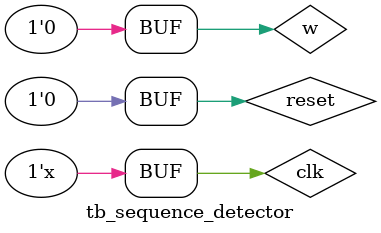
<source format=v>
module tb_sequence_detector;
  reg w, clk, reset;
  wire z;

  sequence_detector u1 (w,clk,reset,z);
    always #5 clk = ~clk;
  initial begin
    reset = 1; w = 0; clk = 0;
    #5 reset = 0;
    #10 w = 1;
    #10 w = 1;
    #10 w = 0;
    #10 w = 0;
    #10 w = 1;
    #10 w = 0;
    #10 w = 1;
    #10 w = 1;
    #10 w = 0;
    #10 w = 0;
    #10 w = 0;
    #10 w = 1;
    #10 w = 1;
    #10 w = 1;
    #10 w = 0;
    #10 w = 0;
    #10 w = 0;
    #10 w = 1;
    #10 w = 1;
    #10 w = 1;
    #10 w = 0;
    #10 w = 0;
    #10 w = 0;
    #10 w = 1;
    #10 w = 1;
    #10 w = 1;
    #10 w = 0;
    #10 w = 0;
    #10 w = 0;
    #10 w = 1;
    #10 w = 1;
    #10 w = 1;
    #10 w = 0;
    #10 w = 0;
    #10 w = 0;
    #10 w = 1;
    #10 w = 1;
    #10 w = 1;
    #10 w = 0;
    #10 w = 0;
    #10 w = 0;
    #10 w = 1;
    #10 w = 1;
    #10 w = 1;
    #10 w = 0;
    #10 w = 0;
    #10 w = 0;
    #10 w = 1;
    #10 w = 1;
    #10 w = 1;
    #10 w = 0;
    #10 w = 0;
    #10 w = 0;
    #10 w = 1;
    #10 w = 1;
    #10 w = 1;
    #10 w = 0;
    #10 w = 0;
    #10 w = 0;
    #10 w = 1;
    #10 w = 1;
    #10 w = 1;
    #10 w = 0;
    #10 w = 0;
    #10 w = 0;
    #10 w = 1;
    #10 w = 1;
    #10 w = 1;
    #10 w = 0;
    #10 w = 0;
    #10 w = 0;
    #10 w = 1;
    #10 w = 1;
    #10 w = 1;
    #10 w = 0;
    #10 w = 0;
    #10 w = 0;
    #10 w = 1;
    #10 w = 1;
    #10 w = 1;
    #10 w = 0;
    #10 w = 0;
    #10 w = 0;
    #10 w = 1;
    #10 w = 1;
    #10 w = 1;
    #10 w = 0;
    #10 w = 0;
    #10 w = 0;
    #10 w = 1;
    #10 w = 1;
    #10 w = 1;
    #10 w = 0;
    #10 w = 0;
    #10 w = 0;
    #10 w = 1;
    #10 w = 1;
    #10 w = 1;
    #10 w = 0;
    #10 w = 0;
    #10 w = 0;
    #10 w = 1;
    #10 w = 1;
    #10 w = 1;
    #10 w = 0;
    #10 w = 0;
    #10 w = 0;
    #10 w = 1;
    #10 w = 1;
    #10 w = 1;
    #10 w = 0;
    #10 w = 0;
    #10 w = 0;
    #10 w = 1;
    #10 w = 1;
    #10 w = 1;
    #10 w = 0;
    #10 w = 0;
    #10 w = 0;
    #10 w = 1;
    #10 w = 0;
    
    end
    endmodule
</source>
